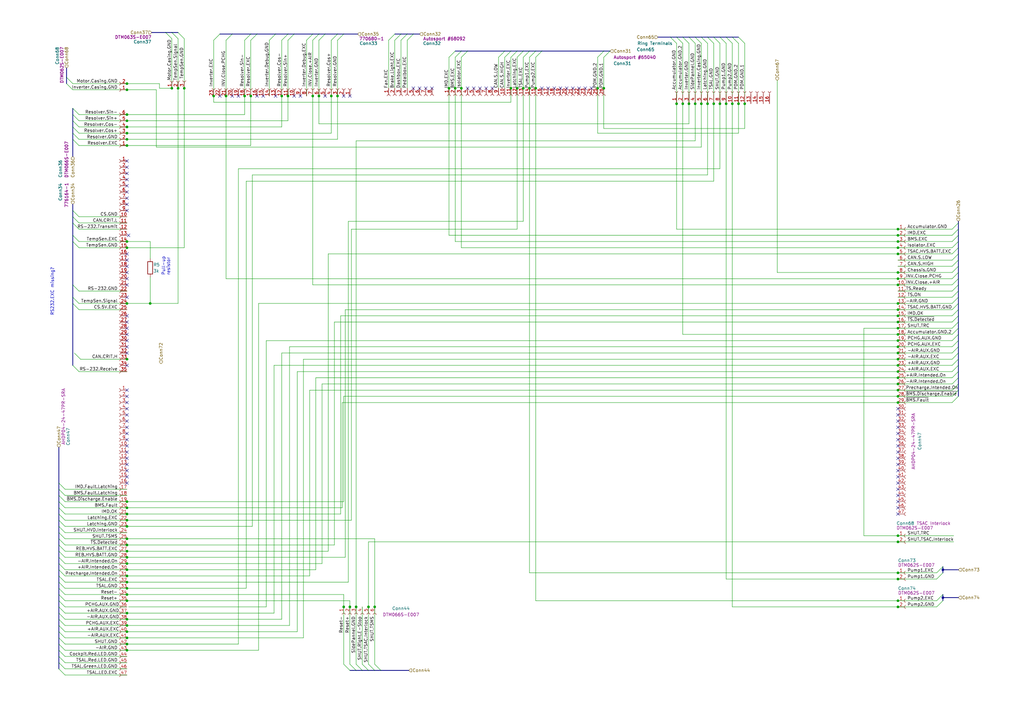
<source format=kicad_sch>
(kicad_sch (version 20230121) (generator eeschema)
  (paper "A3")
  (title_block (title "Rear Loom") (date "2024-02-08") (rev "1.0.0") (company "SUFST") (comment 1 "Stag X") (comment 2 "Marek Frodyma"))
  (junction (at 368.3 162.56))
  (junction (at 52.07 210.82))
  (junction (at 280.035 42.545))
  (junction (at 52.07 236.22))
  (junction (at 115.57 39.37))
  (junction (at 70.485 36.195))
  (junction (at 52.07 36.83))
  (junction (at 135.89 39.37))
  (junction (at 189.23 36.195))
  (junction (at 52.07 147.32))
  (junction (at 52.07 251.46))
  (junction (at 368.3 157.48))
  (junction (at 295.275 42.545))
  (junction (at 52.07 101.6))
  (junction (at 386.715 233.68))
  (junction (at 52.07 99.06))
  (junction (at 52.07 226.06))
  (junction (at 368.3 116.84))
  (junction (at 52.07 52.07))
  (junction (at 368.3 127))
  (junction (at 52.07 205.74))
  (junction (at 143.51 248.92))
  (junction (at 217.17 36.195))
  (junction (at 52.07 246.38))
  (junction (at 368.3 132.08))
  (junction (at 368.3 129.54))
  (junction (at 368.3 124.46))
  (junction (at 52.07 231.14))
  (junction (at 368.3 137.16))
  (junction (at 368.3 99.06))
  (junction (at 75.565 36.195))
  (junction (at 52.07 220.98))
  (junction (at 368.3 237.49))
  (junction (at 52.07 264.16))
  (junction (at 368.3 114.3))
  (junction (at 73.025 36.195))
  (junction (at 52.07 266.7))
  (junction (at 297.815 42.545))
  (junction (at 368.3 248.92))
  (junction (at 368.3 219.71))
  (junction (at 368.3 134.62))
  (junction (at 368.3 149.86))
  (junction (at 368.3 142.24))
  (junction (at 61.595 124.46))
  (junction (at 214.63 36.195))
  (junction (at 184.15 36.195))
  (junction (at 52.07 208.28))
  (junction (at 209.55 36.195))
  (junction (at 368.3 246.38))
  (junction (at 130.81 39.37))
  (junction (at 368.3 160.02))
  (junction (at 285.115 42.545))
  (junction (at 368.3 154.94))
  (junction (at 52.07 254))
  (junction (at 52.07 228.6))
  (junction (at 368.3 139.7))
  (junction (at 290.195 42.545))
  (junction (at 52.07 213.36))
  (junction (at 368.3 96.52))
  (junction (at 52.07 256.54))
  (junction (at 52.07 54.61))
  (junction (at 100.33 39.37))
  (junction (at 52.07 241.3))
  (junction (at 140.97 248.92))
  (junction (at 52.07 34.29))
  (junction (at 52.07 233.68))
  (junction (at 368.3 101.6))
  (junction (at 146.05 248.92))
  (junction (at 151.13 248.92))
  (junction (at 368.3 111.76))
  (junction (at 247.65 36.195))
  (junction (at 368.3 104.14))
  (junction (at 52.07 49.53))
  (junction (at 212.09 36.195))
  (junction (at 368.3 144.78))
  (junction (at 305.435 42.545))
  (junction (at 52.07 238.76))
  (junction (at 368.3 222.25))
  (junction (at 368.3 152.4))
  (junction (at 368.3 234.95))
  (junction (at 282.575 42.545))
  (junction (at 102.87 39.37))
  (junction (at 128.27 39.37))
  (junction (at 52.07 59.69))
  (junction (at 52.07 57.15))
  (junction (at 138.43 39.37))
  (junction (at 186.69 36.195))
  (junction (at 52.07 243.84))
  (junction (at 277.495 42.545))
  (junction (at 245.11 36.195))
  (junction (at 300.355 42.545))
  (junction (at 52.07 259.08))
  (junction (at 368.3 165.1))
  (junction (at 302.895 42.545))
  (junction (at 92.71 39.37))
  (junction (at 87.63 39.37))
  (junction (at 287.655 42.545))
  (junction (at 219.71 36.195))
  (junction (at 118.11 39.37))
  (junction (at 153.67 248.92))
  (junction (at 368.3 147.32))
  (junction (at 386.715 245.11))
  (junction (at 52.07 124.46))
  (junction (at 52.07 46.99))
  (junction (at 368.3 93.98))
  (junction (at 52.07 215.9))
  (junction (at 292.735 42.545))
  (junction (at 52.07 223.52))
  (junction (at 52.07 261.62))
  (no_connect (at 143.51 39.37))
  (no_connect (at 368.3 180.34))
  (no_connect (at 174.625 36.195))
  (no_connect (at 196.85 36.195))
  (no_connect (at 224.79 36.195))
  (no_connect (at 52.07 182.88))
  (no_connect (at 368.3 175.26))
  (no_connect (at 52.07 195.58))
  (no_connect (at 227.33 36.195))
  (no_connect (at 123.19 39.37))
  (no_connect (at 52.07 190.5))
  (no_connect (at 368.3 170.18))
  (no_connect (at 368.3 200.66))
  (no_connect (at 52.07 193.04))
  (no_connect (at 52.07 175.26))
  (no_connect (at 52.07 86.36))
  (no_connect (at 172.085 36.195))
  (no_connect (at 368.3 172.72))
  (no_connect (at 368.3 198.12))
  (no_connect (at 52.07 177.8))
  (no_connect (at 52.07 137.16))
  (no_connect (at 368.3 203.2))
  (no_connect (at 52.07 170.18))
  (no_connect (at 52.07 121.92))
  (no_connect (at 133.35 39.37))
  (no_connect (at 368.3 187.96))
  (no_connect (at 52.07 132.08))
  (no_connect (at 232.41 36.195))
  (no_connect (at 107.95 39.37))
  (no_connect (at 52.07 109.22))
  (no_connect (at 120.65 39.37))
  (no_connect (at 52.07 83.82))
  (no_connect (at 52.07 114.3))
  (no_connect (at 368.3 208.28))
  (no_connect (at 52.07 165.1))
  (no_connect (at 368.3 177.8))
  (no_connect (at 52.07 160.02))
  (no_connect (at 194.31 36.195))
  (no_connect (at 97.79 39.37))
  (no_connect (at 368.3 185.42))
  (no_connect (at 52.07 180.34))
  (no_connect (at 240.03 36.195))
  (no_connect (at 229.87 36.195))
  (no_connect (at 201.93 36.195))
  (no_connect (at 52.07 198.12))
  (no_connect (at 52.07 144.78))
  (no_connect (at 52.07 134.62))
  (no_connect (at 52.07 78.74))
  (no_connect (at 234.95 36.195))
  (no_connect (at 368.3 182.88))
  (no_connect (at 52.07 71.12))
  (no_connect (at 52.07 167.64))
  (no_connect (at 52.07 172.72))
  (no_connect (at 52.705 96.52))
  (no_connect (at 52.07 73.66))
  (no_connect (at 237.49 36.195))
  (no_connect (at 191.77 36.195))
  (no_connect (at 52.07 142.24))
  (no_connect (at 140.97 39.37))
  (no_connect (at 368.3 205.74))
  (no_connect (at 52.07 68.58))
  (no_connect (at 52.07 187.96))
  (no_connect (at 222.25 36.195))
  (no_connect (at 52.07 162.56))
  (no_connect (at 52.07 106.68))
  (no_connect (at 52.07 104.14))
  (no_connect (at 177.165 36.195))
  (no_connect (at 52.07 149.86))
  (no_connect (at 368.3 195.58))
  (no_connect (at 52.07 81.28))
  (no_connect (at 52.07 139.7))
  (no_connect (at 105.41 39.37))
  (no_connect (at 52.07 66.04))
  (no_connect (at 169.545 36.195))
  (no_connect (at 113.03 39.37))
  (no_connect (at 95.25 39.37))
  (no_connect (at 52.07 129.54))
  (no_connect (at 368.3 167.64))
  (no_connect (at 199.39 36.195))
  (no_connect (at 52.07 111.76))
  (no_connect (at 52.07 116.84))
  (no_connect (at 368.3 193.04))
  (no_connect (at 52.07 185.42))
  (no_connect (at 368.3 190.5))
  (no_connect (at 52.07 76.2))
  (no_connect (at 242.57 36.195))
  (no_connect (at 368.3 210.82))
  (no_connect (at 90.17 39.37))
  (bus_entry (at 390.525 104.14) (size 2.54 -2.54))
  (bus_entry (at 148.59 272.415) (size 2.54 2.54))
  (bus_entry (at 390.525 127) (size 2.54 -2.54))
  (bus_entry (at 128.27 16.51) (size 2.54 -2.54))
  (bus_entry (at 390.525 96.52) (size 2.54 -2.54))
  (bus_entry (at 24.13 269.24) (size 2.54 2.54))
  (bus_entry (at 209.55 23.495) (size 2.54 -2.54))
  (bus_entry (at 24.13 200.66) (size 2.54 2.54))
  (bus_entry (at 32.385 49.53) (size -2.54 -2.54))
  (bus_entry (at 24.13 259.08) (size 2.54 2.54))
  (bus_entry (at 92.71 16.51) (size 2.54 -2.54))
  (bus_entry (at 32.385 119.38) (size -2.54 -2.54))
  (bus_entry (at 24.13 231.14) (size 2.54 2.54))
  (bus_entry (at 390.525 147.32) (size 2.54 -2.54))
  (bus_entry (at 384.175 246.38) (size 2.54 -2.54))
  (bus_entry (at 24.13 213.36) (size 2.54 2.54))
  (bus_entry (at 32.385 46.99) (size -2.54 -2.54))
  (bus_entry (at 390.525 111.76) (size 2.54 -2.54))
  (bus_entry (at 186.69 23.495) (size 2.54 -2.54))
  (bus_entry (at 32.385 59.69) (size -2.54 -2.54))
  (bus_entry (at 24.13 241.3) (size 2.54 2.54))
  (bus_entry (at 24.13 203.2) (size 2.54 2.54))
  (bus_entry (at 32.385 91.44) (size -2.54 -2.54))
  (bus_entry (at 24.13 261.62) (size 2.54 2.54))
  (bus_entry (at 390.525 165.1) (size 2.54 -2.54))
  (bus_entry (at 24.13 248.92) (size 2.54 2.54))
  (bus_entry (at 24.13 210.82) (size 2.54 2.54))
  (bus_entry (at 32.385 57.15) (size -2.54 -2.54))
  (bus_entry (at 300.355 15.24) (size 2.54 2.54))
  (bus_entry (at 390.525 129.54) (size 2.54 -2.54))
  (bus_entry (at 214.63 23.495) (size 2.54 -2.54))
  (bus_entry (at 24.13 220.98) (size 2.54 2.54))
  (bus_entry (at 153.67 272.415) (size 2.54 2.54))
  (bus_entry (at 390.525 139.7) (size 2.54 -2.54))
  (bus_entry (at 390.525 149.86) (size 2.54 -2.54))
  (bus_entry (at 302.895 15.24) (size 2.54 2.54))
  (bus_entry (at 24.13 243.84) (size 2.54 2.54))
  (bus_entry (at 100.33 16.51) (size 2.54 -2.54))
  (bus_entry (at 161.925 16.51) (size 2.54 -2.54))
  (bus_entry (at 29.845 124.46) (size 2.54 2.54))
  (bus_entry (at 164.465 16.51) (size 2.54 -2.54))
  (bus_entry (at 24.13 198.12) (size 2.54 2.54))
  (bus_entry (at 24.13 246.38) (size 2.54 2.54))
  (bus_entry (at 390.525 124.46) (size 2.54 -2.54))
  (bus_entry (at 384.175 248.92) (size 2.54 -2.54))
  (bus_entry (at 384.175 234.95) (size 2.54 -2.54))
  (bus_entry (at 102.87 16.51) (size 2.54 -2.54))
  (bus_entry (at 24.13 254) (size 2.54 2.54))
  (bus_entry (at 32.385 93.98) (size -2.54 -2.54))
  (bus_entry (at 24.13 205.74) (size 2.54 2.54))
  (bus_entry (at 30.48 144.78) (size 2.54 2.54))
  (bus_entry (at 384.175 237.49) (size 2.54 -2.54))
  (bus_entry (at 390.525 106.68) (size 2.54 -2.54))
  (bus_entry (at 110.49 16.51) (size 2.54 -2.54))
  (bus_entry (at 295.275 15.24) (size 2.54 2.54))
  (bus_entry (at 245.11 23.495) (size 2.54 -2.54))
  (bus_entry (at 67.945 13.335) (size 2.54 2.54))
  (bus_entry (at 292.735 15.24) (size 2.54 2.54))
  (bus_entry (at 24.13 233.68) (size 2.54 2.54))
  (bus_entry (at 138.43 16.51) (size 2.54 -2.54))
  (bus_entry (at 24.13 271.78) (size 2.54 2.54))
  (bus_entry (at 32.385 124.46) (size -2.54 -2.54))
  (bus_entry (at 287.655 15.24) (size 2.54 2.54))
  (bus_entry (at 24.13 215.9) (size 2.54 2.54))
  (bus_entry (at 390.525 137.16) (size 2.54 -2.54))
  (bus_entry (at 390.525 109.22) (size 2.54 -2.54))
  (bus_entry (at 212.09 23.495) (size 2.54 -2.54))
  (bus_entry (at 24.13 256.54) (size 2.54 2.54))
  (bus_entry (at 390.525 99.06) (size 2.54 -2.54))
  (bus_entry (at 143.51 272.415) (size 2.54 2.54))
  (bus_entry (at 115.57 16.51) (size 2.54 -2.54))
  (bus_entry (at 285.115 15.24) (size 2.54 2.54))
  (bus_entry (at 390.525 114.3) (size 2.54 -2.54))
  (bus_entry (at 70.485 13.335) (size 2.54 2.54))
  (bus_entry (at 24.13 274.32) (size 2.54 2.54))
  (bus_entry (at 32.385 99.06) (size -2.54 -2.54))
  (bus_entry (at 24.13 264.16) (size 2.54 2.54))
  (bus_entry (at 274.955 15.24) (size 2.54 2.54))
  (bus_entry (at 140.97 272.415) (size 2.54 2.54))
  (bus_entry (at 219.71 23.495) (size 2.54 -2.54))
  (bus_entry (at 204.47 23.495) (size 2.54 -2.54))
  (bus_entry (at 390.525 134.62) (size 2.54 -2.54))
  (bus_entry (at 189.23 23.495) (size 2.54 -2.54))
  (bus_entry (at 390.525 160.02) (size 2.54 -2.54))
  (bus_entry (at 24.13 251.46) (size 2.54 2.54))
  (bus_entry (at 29.845 34.29) (size -2.54 -2.54))
  (bus_entry (at 32.385 101.6) (size -2.54 -2.54))
  (bus_entry (at 125.73 16.51) (size 2.54 -2.54))
  (bus_entry (at 73.025 13.335) (size 2.54 2.54))
  (bus_entry (at 24.13 238.76) (size 2.54 2.54))
  (bus_entry (at 390.525 101.6) (size 2.54 -2.54))
  (bus_entry (at 24.13 223.52) (size 2.54 2.54))
  (bus_entry (at 184.15 23.495) (size 2.54 -2.54))
  (bus_entry (at 247.65 23.495) (size 2.54 -2.54))
  (bus_entry (at 118.11 16.51) (size 2.54 -2.54))
  (bus_entry (at 146.05 272.415) (size 2.54 2.54))
  (bus_entry (at 277.495 15.24) (size 2.54 2.54))
  (bus_entry (at 217.17 23.495) (size 2.54 -2.54))
  (bus_entry (at 390.525 116.84) (size 2.54 -2.54))
  (bus_entry (at 207.01 23.495) (size 2.54 -2.54))
  (bus_entry (at 24.13 208.28) (size 2.54 2.54))
  (bus_entry (at 297.815 15.24) (size 2.54 2.54))
  (bus_entry (at 390.525 157.48) (size 2.54 -2.54))
  (bus_entry (at 390.525 119.38) (size 2.54 -2.54))
  (bus_entry (at 24.13 266.7) (size 2.54 2.54))
  (bus_entry (at 390.525 162.56) (size 2.54 -2.54))
  (bus_entry (at 280.035 15.24) (size 2.54 2.54))
  (bus_entry (at 24.13 226.06) (size 2.54 2.54))
  (bus_entry (at 390.525 142.24) (size 2.54 -2.54))
  (bus_entry (at 87.63 16.51) (size 2.54 -2.54))
  (bus_entry (at 151.13 272.415) (size 2.54 2.54))
  (bus_entry (at 24.13 218.44) (size 2.54 2.54))
  (bus_entry (at 390.525 144.78) (size 2.54 -2.54))
  (bus_entry (at 32.385 52.07) (size -2.54 -2.54))
  (bus_entry (at 24.13 236.22) (size 2.54 2.54))
  (bus_entry (at 130.81 16.51) (size 2.54 -2.54))
  (bus_entry (at 390.525 121.92) (size 2.54 -2.54))
  (bus_entry (at 159.385 16.51) (size 2.54 -2.54))
  (bus_entry (at 390.525 93.98) (size 2.54 -2.54))
  (bus_entry (at 135.89 16.51) (size 2.54 -2.54))
  (bus_entry (at 24.13 228.6) (size 2.54 2.54))
  (bus_entry (at 29.845 149.86) (size 2.54 2.54))
  (bus_entry (at 32.385 88.9) (size -2.54 -2.54))
  (bus_entry (at 282.575 15.24) (size 2.54 2.54))
  (bus_entry (at 290.195 15.24) (size 2.54 2.54))
  (bus_entry (at 32.385 54.61) (size -2.54 -2.54))
  (bus_entry (at 390.525 132.08) (size 2.54 -2.54))
  (bus_entry (at 167.005 16.51) (size 2.54 -2.54))
  (bus_entry (at 29.845 36.83) (size -2.54 -2.54))
  (bus_entry (at 390.525 152.4) (size 2.54 -2.54))
  (bus_entry (at 390.525 154.94) (size 2.54 -2.54))
  (wire (pts (xy 143.51 248.92) (xy 143.51 272.415)))
  (wire (pts (xy 184.15 96.52) (xy 184.15 36.195)))
  (wire (pts (xy 52.07 238.76) (xy 26.67 238.76)))
  (bus (pts (xy 24.13 205.74) (xy 24.13 208.28)))
  (wire (pts (xy 134.62 104.14) (xy 368.3 104.14)))
  (wire (pts (xy 32.385 54.61) (xy 52.07 54.61)))
  (bus (pts (xy 156.21 274.955) (xy 167.64 274.955)))
  (wire (pts (xy 219.71 23.495) (xy 219.71 36.195)))
  (wire (pts (xy 128.27 116.84) (xy 128.27 39.37)))
  (wire (pts (xy 100.965 74.295) (xy 100.965 241.3)))
  (wire (pts (xy 32.385 101.6) (xy 52.07 101.6)))
  (bus (pts (xy 386.715 245.11) (xy 393.065 245.11)))
  (bus (pts (xy 24.13 231.14) (xy 24.13 233.68)))
  (wire (pts (xy 134.62 226.06) (xy 134.62 104.14)))
  (wire (pts (xy 137.16 223.52) (xy 137.16 132.08)))
  (wire (pts (xy 52.07 251.46) (xy 26.67 251.46)))
  (wire (pts (xy 52.07 99.06) (xy 61.595 99.06)))
  (wire (pts (xy 110.49 16.51) (xy 110.49 39.37)))
  (bus (pts (xy 247.65 20.955) (xy 250.19 20.955)))
  (wire (pts (xy 151.13 248.92) (xy 151.13 272.415)))
  (bus (pts (xy 393.065 139.7) (xy 393.065 142.24)))
  (wire (pts (xy 130.81 50.8) (xy 282.575 50.8)))
  (wire (pts (xy 295.275 69.215) (xy 295.275 42.545)))
  (wire (pts (xy 52.07 208.28) (xy 26.67 208.28)))
  (wire (pts (xy 368.3 109.22) (xy 390.525 109.22)))
  (bus (pts (xy 24.13 215.9) (xy 24.13 218.44)))
  (wire (pts (xy 52.07 243.84) (xy 140.97 243.84)))
  (wire (pts (xy 52.07 256.54) (xy 118.745 256.54)))
  (wire (pts (xy 368.3 124.46) (xy 390.525 124.46)))
  (wire (pts (xy 368.3 132.08) (xy 390.525 132.08)))
  (wire (pts (xy 282.575 17.78) (xy 282.575 42.545)))
  (bus (pts (xy 29.845 88.9) (xy 29.845 91.44)))
  (wire (pts (xy 92.71 114.3) (xy 368.3 114.3)))
  (wire (pts (xy 92.71 16.51) (xy 92.71 39.37)))
  (wire (pts (xy 115.57 144.78) (xy 368.3 144.78)))
  (wire (pts (xy 290.195 71.755) (xy 103.505 71.755)))
  (wire (pts (xy 32.385 127) (xy 52.07 127)))
  (bus (pts (xy 29.845 44.45) (xy 29.845 46.99)))
  (wire (pts (xy 100.965 241.3) (xy 52.07 241.3)))
  (bus (pts (xy 186.69 20.955) (xy 189.23 20.955)))
  (wire (pts (xy 368.3 116.84) (xy 390.525 116.84)))
  (wire (pts (xy 295.275 17.78) (xy 295.275 42.545)))
  (bus (pts (xy 153.67 274.955) (xy 156.21 274.955)))
  (wire (pts (xy 368.3 111.76) (xy 390.525 111.76)))
  (bus (pts (xy 393.065 91.44) (xy 393.065 93.98)))
  (bus (pts (xy 393.065 142.24) (xy 393.065 144.78)))
  (bus (pts (xy 393.065 99.06) (xy 393.065 101.6)))
  (wire (pts (xy 52.07 254) (xy 26.67 254)))
  (wire (pts (xy 127 236.22) (xy 127 160.02)))
  (wire (pts (xy 368.3 96.52) (xy 390.525 96.52)))
  (bus (pts (xy 269.875 15.24) (xy 274.955 15.24)))
  (wire (pts (xy 186.69 99.06) (xy 368.3 99.06)))
  (wire (pts (xy 368.3 157.48) (xy 390.525 157.48)))
  (wire (pts (xy 52.07 200.66) (xy 26.67 200.66)))
  (bus (pts (xy 24.13 256.54) (xy 24.13 259.08)))
  (wire (pts (xy 212.09 23.495) (xy 212.09 36.195)))
  (wire (pts (xy 61.595 99.06) (xy 61.595 106.045)))
  (wire (pts (xy 148.59 248.92) (xy 148.59 272.415)))
  (wire (pts (xy 128.27 16.51) (xy 128.27 39.37)))
  (bus (pts (xy 24.13 213.36) (xy 24.13 215.9)))
  (wire (pts (xy 106.045 124.46) (xy 106.045 266.7)))
  (wire (pts (xy 219.71 246.38) (xy 368.3 246.38)))
  (wire (pts (xy 52.07 243.84) (xy 26.67 243.84)))
  (wire (pts (xy 368.3 219.71) (xy 391.16 219.71)))
  (bus (pts (xy 386.715 233.68) (xy 393.065 233.68)))
  (wire (pts (xy 118.745 256.54) (xy 118.745 142.24)))
  (wire (pts (xy 305.435 52.705) (xy 305.435 42.545)))
  (wire (pts (xy 368.3 142.24) (xy 390.525 142.24)))
  (wire (pts (xy 161.925 16.51) (xy 161.925 36.195)))
  (wire (pts (xy 118.11 49.53) (xy 118.11 39.37)))
  (wire (pts (xy 368.3 154.94) (xy 390.525 154.94)))
  (wire (pts (xy 75.565 101.6) (xy 52.07 101.6)))
  (wire (pts (xy 102.87 16.51) (xy 102.87 39.37)))
  (wire (pts (xy 287.655 60.325) (xy 64.135 60.325)))
  (wire (pts (xy 52.07 54.61) (xy 135.89 54.61)))
  (wire (pts (xy 214.63 90.805) (xy 214.63 36.195)))
  (wire (pts (xy 129.54 154.94) (xy 368.3 154.94)))
  (wire (pts (xy 61.595 124.46) (xy 73.025 124.46)))
  (wire (pts (xy 52.07 266.7) (xy 106.045 266.7)))
  (wire (pts (xy 118.745 142.24) (xy 368.3 142.24)))
  (wire (pts (xy 52.07 274.32) (xy 26.67 274.32)))
  (wire (pts (xy 300.355 42.545) (xy 300.355 248.92)))
  (bus (pts (xy 393.065 119.38) (xy 393.065 121.92)))
  (wire (pts (xy 52.07 205.74) (xy 26.67 205.74)))
  (wire (pts (xy 368.3 246.38) (xy 384.175 246.38)))
  (bus (pts (xy 393.065 93.98) (xy 393.065 96.52)))
  (bus (pts (xy 393.065 121.92) (xy 393.065 124.46)))
  (wire (pts (xy 204.47 23.495) (xy 204.47 36.195)))
  (bus (pts (xy 167.005 13.97) (xy 169.545 13.97)))
  (bus (pts (xy 24.13 271.78) (xy 24.13 274.32)))
  (wire (pts (xy 143.51 246.38) (xy 143.51 248.92)))
  (wire (pts (xy 132.08 157.48) (xy 368.3 157.48)))
  (wire (pts (xy 285.115 42.545) (xy 285.115 57.785)))
  (wire (pts (xy 32.385 99.06) (xy 52.07 99.06)))
  (wire (pts (xy 115.57 52.07) (xy 115.57 39.37)))
  (wire (pts (xy 207.01 23.495) (xy 207.01 36.195)))
  (wire (pts (xy 52.07 213.36) (xy 144.145 213.36)))
  (bus (pts (xy 290.195 15.24) (xy 292.735 15.24)))
  (wire (pts (xy 52.07 246.38) (xy 26.67 246.38)))
  (wire (pts (xy 52.07 59.69) (xy 102.87 59.69)))
  (wire (pts (xy 65.405 34.29) (xy 52.07 34.29)))
  (wire (pts (xy 52.07 36.83) (xy 64.135 36.83)))
  (bus (pts (xy 282.575 15.24) (xy 285.115 15.24)))
  (wire (pts (xy 115.57 16.51) (xy 115.57 39.37)))
  (wire (pts (xy 32.385 46.99) (xy 52.07 46.99)))
  (wire (pts (xy 52.07 215.9) (xy 26.67 215.9)))
  (wire (pts (xy 368.3 93.98) (xy 390.525 93.98)))
  (wire (pts (xy 368.3 101.6) (xy 189.23 101.6)))
  (bus (pts (xy 222.25 20.955) (xy 247.65 20.955)))
  (wire (pts (xy 368.3 160.02) (xy 390.525 160.02)))
  (wire (pts (xy 139.7 210.82) (xy 139.7 129.54)))
  (wire (pts (xy 151.13 222.25) (xy 368.3 222.25)))
  (wire (pts (xy 124.46 147.32) (xy 368.3 147.32)))
  (bus (pts (xy 386.715 232.41) (xy 386.715 233.68)))
  (bus (pts (xy 24.13 183.515) (xy 24.13 198.12)))
  (bus (pts (xy 277.495 15.24) (xy 280.035 15.24)))
  (wire (pts (xy 52.07 220.98) (xy 26.67 220.98)))
  (wire (pts (xy 280.035 42.545) (xy 280.035 137.16)))
  (bus (pts (xy 128.27 13.97) (xy 130.81 13.97)))
  (wire (pts (xy 103.505 215.9) (xy 52.07 215.9)))
  (wire (pts (xy 144.145 213.36) (xy 144.145 93.98)))
  (bus (pts (xy 29.845 52.07) (xy 29.845 54.61)))
  (bus (pts (xy 29.845 83.82) (xy 29.845 86.36)))
  (wire (pts (xy 245.11 54.61) (xy 245.11 36.195)))
  (wire (pts (xy 368.3 219.71) (xy 354.33 219.71)))
  (bus (pts (xy 386.715 243.84) (xy 386.715 245.11)))
  (wire (pts (xy 52.07 264.16) (xy 97.79 264.16)))
  (wire (pts (xy 184.15 23.495) (xy 184.15 36.195)))
  (wire (pts (xy 290.195 42.545) (xy 290.195 71.755)))
  (wire (pts (xy 167.005 16.51) (xy 167.005 36.195)))
  (wire (pts (xy 109.22 139.7) (xy 368.3 139.7)))
  (wire (pts (xy 52.07 236.22) (xy 127 236.22)))
  (bus (pts (xy 292.735 15.24) (xy 295.275 15.24)))
  (wire (pts (xy 368.3 96.52) (xy 184.15 96.52)))
  (wire (pts (xy 52.07 228.6) (xy 141.605 228.6)))
  (wire (pts (xy 106.045 124.46) (xy 368.3 124.46)))
  (wire (pts (xy 137.16 132.08) (xy 368.3 132.08)))
  (wire (pts (xy 282.575 50.8) (xy 282.575 42.545)))
  (wire (pts (xy 247.65 23.495) (xy 247.65 36.195)))
  (wire (pts (xy 115.57 254) (xy 115.57 144.78)))
  (wire (pts (xy 140.335 165.1) (xy 368.3 165.1)))
  (bus (pts (xy 24.13 208.28) (xy 24.13 210.82)))
  (bus (pts (xy 393.065 132.08) (xy 393.065 134.62)))
  (bus (pts (xy 29.845 49.53) (xy 29.845 52.07)))
  (wire (pts (xy 297.815 17.78) (xy 297.815 42.545)))
  (wire (pts (xy 52.07 238.76) (xy 142.875 238.76)))
  (bus (pts (xy 285.115 15.24) (xy 287.655 15.24)))
  (wire (pts (xy 70.485 15.875) (xy 70.485 36.195)))
  (wire (pts (xy 142.875 238.76) (xy 142.875 90.805)))
  (wire (pts (xy 92.71 39.37) (xy 92.71 114.3)))
  (wire (pts (xy 97.79 69.215) (xy 295.275 69.215)))
  (wire (pts (xy 209.55 23.495) (xy 209.55 36.195)))
  (wire (pts (xy 52.07 213.36) (xy 26.67 213.36)))
  (bus (pts (xy 130.81 13.97) (xy 133.35 13.97)))
  (wire (pts (xy 129.54 233.68) (xy 129.54 154.94)))
  (bus (pts (xy 120.65 13.97) (xy 128.27 13.97)))
  (wire (pts (xy 52.07 231.14) (xy 132.08 231.14)))
  (wire (pts (xy 138.43 57.15) (xy 138.43 39.37)))
  (wire (pts (xy 32.385 152.4) (xy 52.07 152.4)))
  (bus (pts (xy 29.845 86.36) (xy 29.845 88.9)))
  (wire (pts (xy 368.3 248.92) (xy 384.175 248.92)))
  (bus (pts (xy 393.065 149.86) (xy 393.065 152.4)))
  (bus (pts (xy 393.065 137.16) (xy 393.065 139.7)))
  (wire (pts (xy 209.55 41.91) (xy 209.55 36.195)))
  (bus (pts (xy 393.065 124.46) (xy 393.065 127)))
  (wire (pts (xy 189.23 101.6) (xy 189.23 36.195)))
  (bus (pts (xy 393.065 134.62) (xy 393.065 137.16)))
  (wire (pts (xy 142.875 90.805) (xy 214.63 90.805)))
  (wire (pts (xy 305.435 17.78) (xy 305.435 42.545)))
  (wire (pts (xy 368.3 237.49) (xy 384.175 237.49)))
  (wire (pts (xy 75.565 36.195) (xy 75.565 101.6)))
  (bus (pts (xy 393.065 154.94) (xy 393.065 157.48)))
  (wire (pts (xy 285.115 57.785) (xy 146.05 57.785)))
  (wire (pts (xy 75.565 15.875) (xy 75.565 36.195)))
  (bus (pts (xy 393.065 96.52) (xy 393.065 99.06)))
  (wire (pts (xy 102.87 59.69) (xy 102.87 39.37)))
  (wire (pts (xy 151.13 248.92) (xy 151.13 222.25)))
  (wire (pts (xy 52.07 57.15) (xy 138.43 57.15)))
  (wire (pts (xy 52.07 223.52) (xy 137.16 223.52)))
  (bus (pts (xy 29.845 91.44) (xy 29.845 96.52)))
  (wire (pts (xy 127 160.02) (xy 368.3 160.02)))
  (wire (pts (xy 33.02 147.32) (xy 52.07 147.32)))
  (wire (pts (xy 368.3 147.32) (xy 390.525 147.32)))
  (wire (pts (xy 138.43 16.51) (xy 138.43 39.37)))
  (wire (pts (xy 302.895 17.78) (xy 302.895 42.545)))
  (wire (pts (xy 290.195 17.78) (xy 290.195 42.545)))
  (wire (pts (xy 32.385 59.69) (xy 52.07 59.69)))
  (wire (pts (xy 212.09 93.98) (xy 212.09 36.195)))
  (bus (pts (xy 146.05 274.955) (xy 148.59 274.955)))
  (bus (pts (xy 297.815 15.24) (xy 300.355 15.24)))
  (wire (pts (xy 103.505 71.755) (xy 103.505 215.9)))
  (wire (pts (xy 52.07 226.06) (xy 134.62 226.06)))
  (wire (pts (xy 52.07 228.6) (xy 26.67 228.6)))
  (wire (pts (xy 52.07 233.68) (xy 26.67 233.68)))
  (bus (pts (xy 164.465 13.97) (xy 167.005 13.97)))
  (wire (pts (xy 297.815 237.49) (xy 297.815 42.545)))
  (bus (pts (xy 67.945 13.335) (xy 70.485 13.335)))
  (wire (pts (xy 368.3 119.38) (xy 390.525 119.38)))
  (bus (pts (xy 393.065 116.84) (xy 393.065 119.38)))
  (wire (pts (xy 189.23 23.495) (xy 189.23 36.195)))
  (wire (pts (xy 52.07 276.86) (xy 26.67 276.86)))
  (bus (pts (xy 386.715 233.68) (xy 386.715 234.95)))
  (wire (pts (xy 186.69 23.495) (xy 186.69 36.195)))
  (bus (pts (xy 29.845 99.06) (xy 29.845 116.84)))
  (bus (pts (xy 113.03 13.97) (xy 118.11 13.97)))
  (wire (pts (xy 87.63 16.51) (xy 87.63 39.37)))
  (bus (pts (xy 29.845 54.61) (xy 29.845 57.15)))
  (wire (pts (xy 87.63 41.91) (xy 209.55 41.91)))
  (bus (pts (xy 24.13 269.24) (xy 24.13 271.78)))
  (bus (pts (xy 151.13 274.955) (xy 153.67 274.955)))
  (wire (pts (xy 140.97 162.56) (xy 140.97 205.74)))
  (wire (pts (xy 217.17 234.95) (xy 217.17 36.195)))
  (bus (pts (xy 214.63 20.955) (xy 217.17 20.955)))
  (wire (pts (xy 32.385 52.07) (xy 52.07 52.07)))
  (wire (pts (xy 140.97 243.84) (xy 140.97 248.92)))
  (wire (pts (xy 32.385 57.15) (xy 52.07 57.15)))
  (bus (pts (xy 24.13 226.06) (xy 24.13 228.6)))
  (wire (pts (xy 29.845 36.83) (xy 52.07 36.83)))
  (wire (pts (xy 368.3 114.3) (xy 390.525 114.3)))
  (wire (pts (xy 140.335 208.28) (xy 140.335 165.1)))
  (bus (pts (xy 393.065 160.02) (xy 393.065 162.56)))
  (wire (pts (xy 100.33 16.51) (xy 100.33 39.37)))
  (wire (pts (xy 146.05 248.92) (xy 146.05 272.415)))
  (wire (pts (xy 292.735 74.295) (xy 100.965 74.295)))
  (wire (pts (xy 73.025 15.875) (xy 73.025 36.195)))
  (wire (pts (xy 368.3 234.95) (xy 217.17 234.95)))
  (wire (pts (xy 245.11 23.495) (xy 245.11 36.195)))
  (wire (pts (xy 61.595 124.46) (xy 52.07 124.46)))
  (bus (pts (xy 217.17 20.955) (xy 219.71 20.955)))
  (wire (pts (xy 109.22 248.92) (xy 109.22 139.7)))
  (bus (pts (xy 393.065 111.76) (xy 393.065 114.3)))
  (bus (pts (xy 393.065 114.3) (xy 393.065 116.84)))
  (bus (pts (xy 140.97 13.97) (xy 146.685 13.97)))
  (bus (pts (xy 24.13 198.12) (xy 24.13 200.66)))
  (wire (pts (xy 368.3 101.6) (xy 390.525 101.6)))
  (bus (pts (xy 24.13 228.6) (xy 24.13 231.14)))
  (bus (pts (xy 118.11 13.97) (xy 120.65 13.97)))
  (wire (pts (xy 368.3 222.25) (xy 391.16 222.25)))
  (bus (pts (xy 105.41 13.97) (xy 113.03 13.97)))
  (bus (pts (xy 24.13 238.76) (xy 24.13 241.3)))
  (wire (pts (xy 247.65 52.705) (xy 305.435 52.705)))
  (bus (pts (xy 393.065 157.48) (xy 393.065 160.02)))
  (bus (pts (xy 138.43 13.97) (xy 140.97 13.97)))
  (wire (pts (xy 186.69 36.195) (xy 186.69 99.06)))
  (wire (pts (xy 368.3 139.7) (xy 390.525 139.7)))
  (wire (pts (xy 52.07 271.78) (xy 26.67 271.78)))
  (wire (pts (xy 52.07 220.98) (xy 153.67 220.98)))
  (bus (pts (xy 62.23 13.335) (xy 67.945 13.335)))
  (bus (pts (xy 191.77 20.955) (xy 207.01 20.955)))
  (wire (pts (xy 141.605 228.6) (xy 141.605 127)))
  (wire (pts (xy 368.3 149.86) (xy 390.525 149.86)))
  (bus (pts (xy 29.845 116.84) (xy 29.845 121.92)))
  (wire (pts (xy 52.07 210.82) (xy 26.67 210.82)))
  (bus (pts (xy 393.065 147.32) (xy 393.065 149.86)))
  (wire (pts (xy 368.3 99.06) (xy 390.525 99.06)))
  (wire (pts (xy 64.135 60.325) (xy 64.135 36.83)))
  (wire (pts (xy 52.07 210.82) (xy 139.7 210.82)))
  (wire (pts (xy 52.07 208.28) (xy 140.335 208.28)))
  (bus (pts (xy 189.23 20.955) (xy 191.77 20.955)))
  (bus (pts (xy 295.275 15.24) (xy 297.815 15.24)))
  (wire (pts (xy 52.07 46.99) (xy 100.33 46.99)))
  (wire (pts (xy 32.385 124.46) (xy 52.07 124.46)))
  (wire (pts (xy 292.735 17.78) (xy 292.735 42.545)))
  (wire (pts (xy 70.485 36.195) (xy 65.405 36.195)))
  (wire (pts (xy 97.79 264.16) (xy 97.79 69.215)))
  (bus (pts (xy 212.09 20.955) (xy 214.63 20.955)))
  (bus (pts (xy 133.35 13.97) (xy 138.43 13.97)))
  (wire (pts (xy 112.395 251.46) (xy 112.395 149.86)))
  (wire (pts (xy 300.355 248.92) (xy 368.3 248.92)))
  (bus (pts (xy 70.485 13.335) (xy 73.025 13.335)))
  (wire (pts (xy 153.67 220.98) (xy 153.67 248.92)))
  (wire (pts (xy 368.3 144.78) (xy 390.525 144.78)))
  (wire (pts (xy 277.495 42.545) (xy 277.495 93.98)))
  (bus (pts (xy 393.065 104.14) (xy 393.065 106.68)))
  (wire (pts (xy 214.63 23.495) (xy 214.63 36.195)))
  (wire (pts (xy 153.67 248.92) (xy 153.67 272.415)))
  (wire (pts (xy 368.3 152.4) (xy 390.525 152.4)))
  (bus (pts (xy 27.305 27.94) (xy 27.305 31.75)))
  (bus (pts (xy 393.065 152.4) (xy 393.065 154.94)))
  (bus (pts (xy 24.13 200.66) (xy 24.13 203.2)))
  (bus (pts (xy 29.845 57.15) (xy 29.845 64.135)))
  (bus (pts (xy 24.13 233.68) (xy 24.13 236.22)))
  (wire (pts (xy 146.05 57.785) (xy 146.05 248.92)))
  (wire (pts (xy 52.07 246.38) (xy 143.51 246.38)))
  (wire (pts (xy 219.71 36.195) (xy 219.71 246.38)))
  (bus (pts (xy 300.355 15.24) (xy 302.895 15.24)))
  (wire (pts (xy 130.81 39.37) (xy 130.81 50.8)))
  (bus (pts (xy 29.845 96.52) (xy 29.845 99.06)))
  (bus (pts (xy 274.955 15.24) (xy 277.495 15.24)))
  (bus (pts (xy 169.545 13.97) (xy 172.085 13.97)))
  (wire (pts (xy 32.385 49.53) (xy 52.07 49.53)))
  (bus (pts (xy 393.065 144.78) (xy 393.065 147.32)))
  (wire (pts (xy 280.035 17.78) (xy 280.035 42.545)))
  (wire (pts (xy 368.3 234.95) (xy 384.175 234.95)))
  (wire (pts (xy 52.07 233.68) (xy 129.54 233.68)))
  (bus (pts (xy 207.01 20.955) (xy 209.55 20.955)))
  (wire (pts (xy 52.07 266.7) (xy 26.67 266.7)))
  (bus (pts (xy 209.55 20.955) (xy 212.09 20.955)))
  (wire (pts (xy 368.3 104.14) (xy 390.525 104.14)))
  (wire (pts (xy 368.3 165.1) (xy 390.525 165.1)))
  (wire (pts (xy 302.895 54.61) (xy 245.11 54.61)))
  (bus (pts (xy 393.065 101.6) (xy 393.065 104.14)))
  (wire (pts (xy 52.07 259.08) (xy 121.92 259.08)))
  (bus (pts (xy 29.845 121.92) (xy 29.845 124.46)))
  (bus (pts (xy 24.13 246.38) (xy 24.13 248.92)))
  (wire (pts (xy 29.845 34.29) (xy 52.07 34.29)))
  (wire (pts (xy 368.3 111.76) (xy 318.77 111.76)))
  (wire (pts (xy 100.33 46.99) (xy 100.33 39.37)))
  (bus (pts (xy 287.655 15.24) (xy 290.195 15.24)))
  (bus (pts (xy 280.035 15.24) (xy 282.575 15.24)))
  (wire (pts (xy 32.385 93.98) (xy 52.07 93.98)))
  (wire (pts (xy 52.07 231.14) (xy 26.67 231.14)))
  (wire (pts (xy 121.92 259.08) (xy 121.92 152.4)))
  (wire (pts (xy 280.035 137.16) (xy 368.3 137.16)))
  (wire (pts (xy 52.07 241.3) (xy 26.67 241.3)))
  (bus (pts (xy 29.845 124.46) (xy 29.845 149.86)))
  (wire (pts (xy 52.07 248.92) (xy 26.67 248.92)))
  (wire (pts (xy 132.08 231.14) (xy 132.08 157.48)))
  (wire (pts (xy 141.605 127) (xy 368.3 127)))
  (bus (pts (xy 24.13 218.44) (xy 24.13 220.98)))
  (bus (pts (xy 148.59 274.955) (xy 151.13 274.955)))
  (bus (pts (xy 24.13 243.84) (xy 24.13 246.38)))
  (wire (pts (xy 26.67 223.52) (xy 52.07 223.52)))
  (wire (pts (xy 52.07 251.46) (xy 112.395 251.46)))
  (wire (pts (xy 135.89 54.61) (xy 135.89 39.37)))
  (bus (pts (xy 161.925 13.97) (xy 164.465 13.97)))
  (wire (pts (xy 135.89 16.51) (xy 135.89 39.37)))
  (wire (pts (xy 130.81 16.51) (xy 130.81 39.37)))
  (wire (pts (xy 52.07 254) (xy 115.57 254)))
  (wire (pts (xy 52.07 264.16) (xy 26.67 264.16)))
  (wire (pts (xy 368.3 121.92) (xy 390.525 121.92)))
  (wire (pts (xy 52.07 269.24) (xy 26.67 269.24)))
  (bus (pts (xy 219.71 20.955) (xy 222.25 20.955)))
  (wire (pts (xy 277.495 17.78) (xy 277.495 42.545)))
  (wire (pts (xy 52.07 259.08) (xy 26.67 259.08)))
  (wire (pts (xy 124.46 261.62) (xy 124.46 147.32)))
  (wire (pts (xy 368.3 162.56) (xy 140.97 162.56)))
  (bus (pts (xy 27.305 31.75) (xy 27.305 34.29)))
  (bus (pts (xy 24.13 259.08) (xy 24.13 261.62)))
  (wire (pts (xy 52.07 203.2) (xy 26.67 203.2)))
  (wire (pts (xy 297.815 237.49) (xy 368.3 237.49)))
  (wire (pts (xy 125.73 16.51) (xy 125.73 39.37)))
  (bus (pts (xy 24.13 248.92) (xy 24.13 251.46)))
  (bus (pts (xy 24.13 203.2) (xy 24.13 205.74)))
  (wire (pts (xy 368.3 134.62) (xy 390.525 134.62)))
  (wire (pts (xy 32.385 91.44) (xy 52.07 91.44)))
  (bus (pts (xy 24.13 266.7) (xy 24.13 269.24)))
  (wire (pts (xy 32.385 119.38) (xy 52.07 119.38)))
  (wire (pts (xy 318.77 111.76) (xy 318.77 33.02)))
  (wire (pts (xy 217.17 23.495) (xy 217.17 36.195)))
  (wire (pts (xy 144.145 93.98) (xy 212.09 93.98)))
  (wire (pts (xy 52.07 261.62) (xy 124.46 261.62)))
  (wire (pts (xy 52.07 52.07) (xy 115.57 52.07)))
  (bus (pts (xy 393.065 127) (xy 393.065 129.54)))
  (wire (pts (xy 285.115 17.78) (xy 285.115 42.545)))
  (wire (pts (xy 368.3 137.16) (xy 390.525 137.16)))
  (wire (pts (xy 164.465 16.51) (xy 164.465 36.195)))
  (wire (pts (xy 61.595 113.665) (xy 61.595 124.46)))
  (wire (pts (xy 368.3 162.56) (xy 390.525 162.56)))
  (wire (pts (xy 368.3 127) (xy 390.525 127)))
  (wire (pts (xy 52.705 248.92) (xy 109.22 248.92)))
  (wire (pts (xy 159.385 16.51) (xy 159.385 36.195)))
  (wire (pts (xy 52.07 261.62) (xy 26.67 261.62)))
  (wire (pts (xy 52.07 226.06) (xy 26.67 226.06)))
  (wire (pts (xy 118.11 16.51) (xy 118.11 39.37)))
  (bus (pts (xy 143.51 274.955) (xy 146.05 274.955)))
  (bus (pts (xy 393.065 129.54) (xy 393.065 132.08)))
  (wire (pts (xy 52.07 236.22) (xy 26.67 236.22)))
  (bus (pts (xy 95.25 13.97) (xy 102.87 13.97)))
  (bus (pts (xy 393.065 90.805) (xy 393.065 91.44)))
  (bus (pts (xy 102.87 13.97) (xy 105.41 13.97)))
  (wire (pts (xy 247.65 36.195) (xy 247.65 52.705)))
  (wire (pts (xy 368.3 116.84) (xy 128.27 116.84)))
  (wire (pts (xy 139.7 129.54) (xy 368.3 129.54)))
  (wire (pts (xy 354.33 219.71) (xy 354.33 134.62)))
  (wire (pts (xy 302.895 42.545) (xy 302.895 54.61)))
  (wire (pts (xy 292.735 42.545) (xy 292.735 74.295)))
  (wire (pts (xy 65.405 36.195) (xy 65.405 34.29)))
  (wire (pts (xy 52.07 218.44) (xy 26.67 218.44)))
  (wire (pts (xy 354.33 134.62) (xy 368.3 134.62)))
  (bus (pts (xy 24.13 236.22) (xy 24.13 238.76)))
  (wire (pts (xy 368.3 129.54) (xy 390.525 129.54)))
  (wire (pts (xy 32.385 88.9) (xy 52.07 88.9)))
  (wire (pts (xy 112.395 149.86) (xy 368.3 149.86)))
  (bus (pts (xy 393.065 106.68) (xy 393.065 109.22)))
  (wire (pts (xy 368.3 93.98) (xy 277.495 93.98)))
  (bus (pts (xy 24.13 254) (xy 24.13 256.54)))
  (bus (pts (xy 24.13 241.3) (xy 24.13 243.84)))
  (bus (pts (xy 24.13 251.46) (xy 24.13 254)))
  (wire (pts (xy 73.025 36.195) (xy 73.025 124.46)))
  (wire (pts (xy 52.07 256.54) (xy 26.67 256.54)))
  (wire (pts (xy 140.97 205.74) (xy 52.07 205.74)))
  (bus (pts (xy 24.13 220.98) (xy 24.13 223.52)))
  (bus (pts (xy 24.13 223.52) (xy 24.13 226.06)))
  (wire (pts (xy 121.92 152.4) (xy 368.3 152.4)))
  (wire (pts (xy 87.63 39.37) (xy 87.63 41.91)))
  (bus (pts (xy 24.13 264.16) (xy 24.13 266.7)))
  (wire (pts (xy 368.3 106.68) (xy 390.525 106.68)))
  (wire (pts (xy 52.07 147.32) (xy 52.705 147.32)))
  (bus (pts (xy 29.845 46.99) (xy 29.845 49.53)))
  (wire (pts (xy 140.97 248.92) (xy 140.97 272.415)))
  (bus (pts (xy 24.13 210.82) (xy 24.13 213.36)))
  (wire (pts (xy 287.655 17.78) (xy 287.655 42.545)))
  (bus (pts (xy 24.13 261.62) (xy 24.13 264.16)))
  (bus (pts (xy 386.715 245.11) (xy 386.715 246.38)))
  (wire (pts (xy 287.655 42.545) (xy 287.655 60.325)))
  (bus (pts (xy 393.065 109.22) (xy 393.065 111.76)))
  (bus (pts (xy 90.17 13.97) (xy 95.25 13.97)))
  (wire (pts (xy 52.07 49.53) (xy 118.11 49.53)))
  (wire (pts (xy 300.355 17.78) (xy 300.355 42.545)))
  (text "RS232.EXC missing?" (at 22.225 129.54 90) (effects (font (size 1.27 1.27)) (justify left bottom)))
  (text "Pull-up\nresistor" (at 69.85 113.03 90) (effects (font (size 1.27 1.27)) (justify left bottom)))
  (label "IMD.EXC" (at 184.15 36.195 90))
  (label "TSAL.GND" (at 48.26 241.3 180))
  (label "CAN.S.HIGH" (at 207.01 36.195 90))
  (label "TSAL.Red.LED.GND" (at 48.26 271.78 180))
  (label "PCHG.AUX.GND" (at 48.895 248.92 180))
  (label "TSAL.EXC" (at 214.63 36.195 90))
  (label "Pump2.EXC" (at 219.71 36.195 90))
  (label "BMS.EXC" (at 186.69 36.195 90))
  (label "TempSen.Signal" (at 73.025 33.02 90))
  (label "Inverter.GND" (at 130.81 35.56 90))
  (label "Inverter.EXC" (at 87.63 35.56 90))
  (label "CAN.S.LOW" (at 204.47 36.195 90))
  (label "TSAC.HVS.BATT.GND" (at 372.11 127 0))
  (label "TSAC.HVS.BATT.EXC" (at 372.11 104.14 0))
  (label "Precharge.Intended.On" (at 371.475 160.02 0))
  (label "SidePannel.GND" (at 146.05 252.73 270))
  (label "TS.Ready" (at 371.475 119.38 0))
  (label "RS-232.Receive" (at 48.26 152.4 180))
  (label "Reset-" (at 48.26 243.84 180))
  (label "BMS.Fault.Latching" (at 48.26 203.2 180))
  (label "BMS.Fault" (at 48.26 208.28 180))
  (label "-AIR.Intended.On" (at 371.475 157.48 0))
  (label "INV.Close.PCHG" (at 92.71 35.56 90))
  (label "Pump1.GND" (at 297.815 36.83 90))
  (label "Pump2.GND" (at 300.355 36.83 90))
  (label "+AIR.Intended.On" (at 48.26 233.68 180))
  (label "SHUT.TRC" (at 372.11 219.71 0))
  (label "SHUT.TRC" (at 372.11 134.62 0))
  (label "Inverter.GND" (at 282.575 36.83 90))
  (label "Resolver.Cos+" (at 135.89 35.56 90))
  (label "PDM.GND.1" (at 305.435 36.83 90))
  (label "Accumulator.GND.2" (at 372.11 137.16 0))
  (label "Latching.GND" (at 290.195 36.83 90))
  (label "SHUT.TSAC.Interlock" (at 151.13 252.73 270))
  (label "Reset+" (at 143.51 252.73 270))
  (label "-AIR.AUX.GND" (at 372.11 144.78 0))
  (label "-AIR.AUX.EXC" (at 48.895 261.62 180))
  (label "INV.Close.PCHG" (at 371.475 114.3 0))
  (label "Pump1.GND" (at 372.11 237.49 0))
  (label "BMS.EXC" (at 372.11 99.06 0))
  (label "TS.ON" (at 372.11 121.92 0))
  (label "SHUT.Right.E-Stop" (at 148.59 252.73 270))
  (label "-AIR.Intended.On" (at 48.26 231.14 180))
  (label "-AIR.GND" (at 48.26 266.7 180))
  (label "Reset+" (at 48.26 246.38 180))
  (label "TSAL.Green.LED.GND" (at 48.26 274.32 180))
  (label "+AIR.AUX.GND" (at 372.11 149.86 0))
  (label "Brake.Light.EXC" (at 161.925 36.195 90))
  (label "Latching.EXC" (at 212.09 36.195 90))
  (label "IMD.OK" (at 372.11 129.54 0))
  (label "TempSen.GND" (at 75.565 32.385 90))
  (label "~{BMS.Discharge.Enable}" (at 48.26 205.74 180))
  (label "Pedalbox.EXC" (at 167.005 36.195 90))
  (label "-AIR.GND" (at 371.475 124.46 0))
  (label "Cockpit.Red.LED.GND" (at 48.26 269.24 180))
  (label "Dashbox.EXC" (at 164.465 36.195 90))
  (label "Resolver.EXC" (at 102.87 35.56 90))
  (label "Resolver.EXC" (at 48.26 59.69 180))
  (label "+AIR.AUX.EXC" (at 372.11 152.4 0))
  (label "PCHG.AUX.GND" (at 372.11 139.7 0))
  (label "Fan.EXC" (at 159.385 36.195 90))
  (label "Inverter.Debug.GND" (at 110.49 35.56 90))
  (label "Latching.EXC" (at 48.26 213.36 180))
  (label "REB.HVS.BATT.GND" (at 48.26 228.6 180))
  (label "CAN.S.LOW" (at 372.11 106.68 0))
  (label "Pump2.EXC" (at 372.11 246.38 0))
  (label "TSAL.GND" (at 292.735 36.83 90))
  (label "Latching.GND" (at 48.26 215.9 180))
  (label "Isolator.EXC" (at 372.11 101.6 0))
  (label "Motor.Casing.GND" (at 48.26 34.29 180))
  (label "IMD.EXC" (at 372.11 96.52 0))
  (label "~{TS.Detected}" (at 372.11 132.08 0))
  (label "Resolver.GND" (at 48.26 57.15 180))
  (label "-AIR.AUX.GND" (at 48.895 254 180))
  (label "+AIR.Intended.On" (at 371.475 154.94 0))
  (label "Inverter.Casing.GND" (at 48.26 36.83 180))
  (label "RS-232.GND" (at 48.26 119.38 180))
  (label "Inverter.EXC" (at 209.55 36.195 90))
  (label "PCHG.AUX.EXC" (at 48.895 256.54 180))
  (label "CAN.CRIT.L" (at 48.26 91.44 180))
  (label "INV.Close.+AIR" (at 128.27 35.56 90))
  (label "Accumulator.GND.2" (at 280.035 36.83 90))
  (label "Resolver.Cos+" (at 48.26 54.61 180))
  (label "Resolver.Sin-" (at 48.26 46.99 180))
  (label "TempSen.EXC" (at 48.26 99.06 180))
  (label "PDM.GND.2" (at 302.895 36.83 90))
  (label "IMD.Fault.Latching" (at 48.26 200.66 180))
  (label "TSAL.EXC" (at 48.26 238.76 180))
  (label "~{BMS.Discharge.Enable}" (at 371.475 162.56 0))
  (label "SHUT.GND" (at 295.275 36.83 90))
  (label "Resolver.Sin+" (at 48.26 49.53 180))
  (label "IMD.OK" (at 48.26 210.82 180))
  (label "INV.Close.+AIR" (at 371.475 116.84 0))
  (label "Resolver.Cos-" (at 115.57 35.56 90))
  (label "PDM.GND.2" (at 245.11 36.195 90))
  (label "Resolver.Sin+" (at 118.11 35.56 90))
  (label "PDM.GND.1" (at 247.65 36.195 90))
  (label "CAN.CRIT.H" (at 48.26 147.32 180))
  (label "Resolver.Cos-" (at 48.26 52.07 180))
  (label "Reset-" (at 140.97 252.73 270))
  (label "REB.HVS.BATT.EXC" (at 48.26 226.06 180))
  (label "Pump1.EXC" (at 372.11 234.95 0))
  (label "Chassis.GND" (at 372.11 111.76 0))
  (label "Inverter.Debug.EXC" (at 125.73 35.56 90))
  (label "Accumulator.GND" (at 372.11 93.98 0))
  (label "Inverter.Casing.GND" (at 287.655 36.83 90))
  (label "SHUT.HVD.Interlock" (at 48.26 218.44 180))
  (label "CS.5V.EXC" (at 48.26 127 180))
  (label "~{BMS.Fault}" (at 371.475 165.1 0))
  (label "TSAL.LED.EXC" (at 48.26 276.86 180))
  (label "SHUT.TSMS" (at 48.26 220.98 180))
  (label "TempSen.Signal" (at 48.26 124.46 180))
  (label "Precharge.Intended.On" (at 48.26 236.22 180))
  (label "Pump2.GND" (at 372.11 248.92 0))
  (label "PCHG.AUX.EXC" (at 372.11 142.24 0))
  (label "+AIR.AUX.EXC" (at 48.895 259.08 180))
  (label "Resolver.Sin-" (at 100.33 35.56 90))
  (label "-AIR.AUX.EXC" (at 372.11 147.32 0))
  (label "Resolver.GND" (at 138.43 35.56 90))
  (label "SHUT.TSAC.Interlock" (at 372.11 222.25 0))
  (label "CAN.S.HIGH" (at 372.11 109.22 0))
  (label "SHUT.TSMS" (at 153.67 252.73 270))
  (label "~{TS.Detected}" (at 48.26 223.52 180))
  (label "+AIR.AUX.GND" (at 48.895 251.46 180))
  (label "SHUT.GND" (at 48.26 264.16 180))
  (label "Isolator.EXC" (at 189.23 36.195 90))
  (label "Motor.Casing.GND" (at 70.485 33.02 90))
  (label "TempSen.GND" (at 48.26 101.6 180))
  (label "CS.GND" (at 48.26 88.9 180))
  (label "RS-232.Transmit" (at 48.26 93.98 180))
  (label "Pump1.EXC" (at 217.17 36.195 90))
  (label "Accumulator.GND" (at 277.495 36.83 90))
  (label "SidePannel.GND" (at 285.115 36.83 90))
  (hierarchical_label "Conn26" (shape input) (at 393.065 90.805 90))
  (hierarchical_label "Conn32" (shape input) (at 172.085 13.97 0))
  (hierarchical_label "Conn47" (shape input) (at 24.13 183.515 90))
  (hierarchical_label "Conn44" (shape input) (at 167.64 274.955 0))
  (hierarchical_label "Conn37" (shape input) (at 62.23 13.335 180))
  (hierarchical_label "Conn35" (shape input) (at 146.685 13.97 0))
  (hierarchical_label "Conn72" (shape input) (at 66.04 149.225 90))
  (hierarchical_label "Conn74" (shape input) (at 393.065 245.11 0))
  (hierarchical_label "Conn36" (shape input) (at 29.845 64.135 270))
  (hierarchical_label "Conn31" (shape input) (at 250.19 20.955 0))
  (hierarchical_label "Conn34" (shape input) (at 29.845 83.82 90))
  (hierarchical_label "Conn67" (shape input) (at 318.77 33.02 90))
  (hierarchical_label "Conn65" (shape input) (at 269.875 15.24 180))
  (hierarchical_label "Conn68" (shape input) (at 27.305 27.94 90))
  (hierarchical_label "Conn73" (shape input) (at 393.065 233.68 0))
  (symbol (lib_id "Connectors_SUFST:J2 Inverter Connector") (at 145.415 38.735 270) (unit 1)
    (property "Reference" "Conn33" (at 151.13 17.78 90))
    (property "Value" "J2 Inverter Connector" (effects hide))
    (property "P/N" "770680-1" (at 152.4 15.875 90))
  )
  (symbol (lib_id "Connectors_SUFST:J1 Inverter Connector") (at 51.435 64.135 0) (unit 1)
    (property "Reference" "Conn34" (at 24.765 78.74 90))
    (property "Value" "J1 Inverter Connector" (effects hide))
    (property "P/N" "776164-1" (at 27.305 80.01 90))
  )
  (symbol (lib_id "Connectors_SUFST:Deutsch_DTM_6S_Pin") (at 51.435 45.085 0) (unit 1)
    (property "Reference" "Conn36" (at 24.765 69.215 90))
    (property "Value" "Deutsch_DTM_6S_Pin" (effects hide))
    (property "P/N" "DTM066S-E007" (at 27.305 65.405 90))
  )
  (symbol (lib_id "Connector:Conn_01x16_Socket") (at 295.275 37.465 90) (unit 1)
    (property "Reference" "Conn65" (at 264.795 20.32 90))
    (property "Value" "Ring Terminals" (at 268.605 17.78 90))
  )
  (symbol (lib_id "Connectors_SUFST:Deutsch_DTM_6S_Pin") (at 155.575 249.555 270) (mirror x) (unit 1)
    (property "Reference" "Conn44" (at 164.465 249.555 90))
    (property "Value" "Deutsch_DTM_6S_Pin" (effects hide))
    (property "P/N" "DTM066S-E007" (at 164.465 252.095 90))
  )
  (symbol (lib_id "Connectors_SUFST:Deutsch_DTM_2S_Pin") (at 368.935 239.395 180) (unit 1)
    (property "Reference" "Conn73" (at 368.3 229.87 0) (effects (justify right)))
    (property "Value" "Deutsch_DTM_2S_Pin" (effects hide))
    (property "P/N" "DTM062S-E007" (at 368.3 231.775 0) (effects (justify right)))
  )
  (symbol (lib_id "Device:R") (at 61.595 109.855 0) (unit 1)
    (property "Reference" "R5" (at 62.865 108.585 0) (effects (justify left)))
    (property "Value" "3k" (at 62.865 111.125 0) (effects (justify left)))
  )
  (symbol (lib_id "Connectors_SUFST:AMPHENOL-47P-Recepticle") (at 51.435 158.115 0) (unit 1)
    (property "Reference" "Conn47" (at 27.94 179.07 90))
    (property "Value" "AMPHENOL-47P-Recepticle" (effects hide))
    (property "P/N" "AHDP04-24-47PR-SRA" (at 26.035 170.815 90))
  )
  (symbol (lib_id "Connectors_SUFST:Conn C PDM Connector") (at 157.48 36.83 90) (unit 1)
    (property "Reference" "Conn32" (at 177.165 17.78 90))
    (property "Value" "Conn C PDM Connector" (effects hide))
    (property "P/N" "Autosport #68092" (at 182.245 15.875 90))
  )
  (symbol (lib_id "Connectors_SUFST:AMPHENOL-47P-Recepticle") (at 368.935 92.075 0) (mirror y) (unit 1)
    (property "Reference" "Conn47" (at 377.19 180.975 90))
    (property "Value" "AMPHENOL-47P-Recepticle" (effects hide))
    (property "P/N" "AHDP04-24-47PR-SRA" (at 374.65 180.975 90))
    (instances (project "StagX" (path "" (reference "Conn47") (unit 1)) (path "" (reference "Conn26") (unit 1))))
  )
  (symbol (lib_id "Connectors_SUFST:Conn A PDM Connector") (at 182.245 36.83 90) (unit 1)
    (property "Reference" "Conn31" (at 255.27 26.035 90))
    (property "Value" "Conn A PDM Connector" (effects hide))
    (property "P/N" "Autosport #65040" (at 260.35 23.495 90))
  )
  (symbol (lib_id "Connectors_SUFST:Deutsch_DTM_3S_Pin") (at 77.47 35.56 270) (unit 1)
    (property "Reference" "Conn37" (at 58.42 17.145 90))
    (property "Value" "Deutsch_DTM_3S_Pin" (effects hide))
    (property "P/N" "DTM063S-E007" (at 54.61 15.24 90))
  )
  (symbol (lib_id "Connectors_SUFST:Deutsch_DTM_2S_Pin") (at 368.935 224.155 180) (unit 1)
    (property "Reference" "Conn68" (at 367.665 214.63 0) (effects (justify right)))
    (property "Value" "Deutsch_DTM_2S_Pin" (effects hide))
    (property "P/N" "DTM062S-E007" (at 367.665 216.535 0) (effects (justify right)))
    (property "Name" "TSAC Interlock" (at 382.905 214.63 0))
  )
  (symbol (lib_id "Connectors_SUFST:Deutsch_DTM_2S_Pin") (at 51.435 32.385 0) (unit 1)
    (property "Reference" "Conn68" (at 23.495 22.86 90))
    (property "Value" "Deutsch_DTM_2S_Pin" (effects hide))
    (property "P/N" "DTM062S-E007" (at 25.4 26.67 90))
  )
  (symbol (lib_id "Connectors_SUFST:Deutsch_DTM_2S_Pin") (at 368.935 250.825 180) (unit 1)
    (property "Reference" "Conn74" (at 368.3 241.3 0) (effects (justify right)))
    (property "Value" "Deutsch_DTM_2S_Pin" (effects hide))
    (property "P/N" "DTM062S-E007" (at 368.3 243.205 0) (effects (justify right)))
  )
)
</source>
